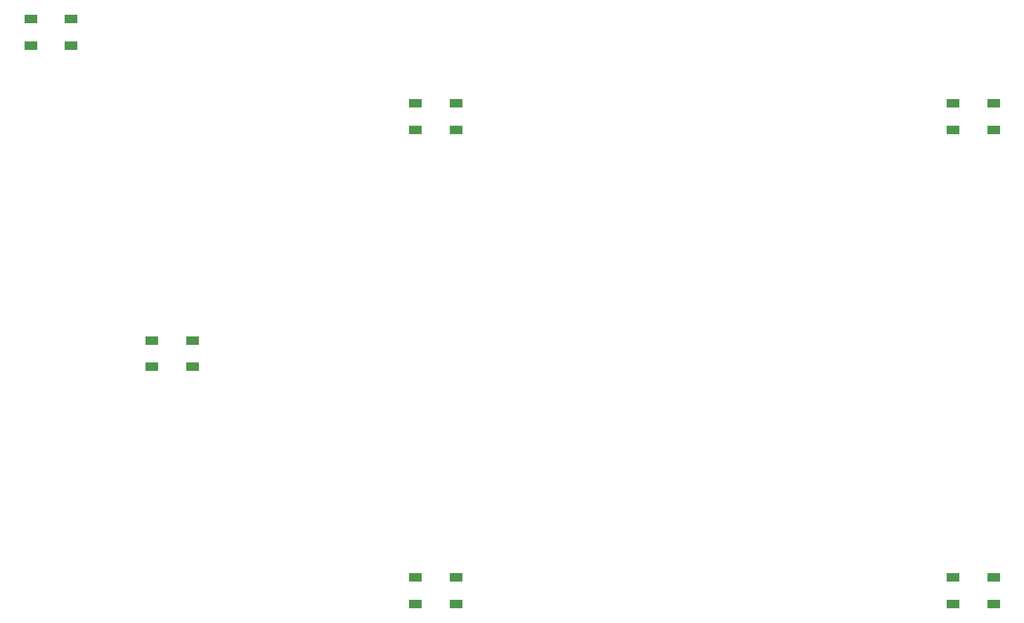
<source format=gbp>
G04 #@! TF.GenerationSoftware,KiCad,Pcbnew,(5.1.10)-1*
G04 #@! TF.CreationDate,2021-09-28T21:06:41+02:00*
G04 #@! TF.ProjectId,SheepyPad,53686565-7079-4506-9164-2e6b69636164,rev?*
G04 #@! TF.SameCoordinates,Original*
G04 #@! TF.FileFunction,Paste,Bot*
G04 #@! TF.FilePolarity,Positive*
%FSLAX46Y46*%
G04 Gerber Fmt 4.6, Leading zero omitted, Abs format (unit mm)*
G04 Created by KiCad (PCBNEW (5.1.10)-1) date 2021-09-28 21:06:41*
%MOMM*%
%LPD*%
G01*
G04 APERTURE LIST*
%ADD10R,1.500000X1.000000*%
G04 APERTURE END LIST*
D10*
X109945000Y-66370000D03*
X109945000Y-63170000D03*
X114845000Y-66370000D03*
X114845000Y-63170000D03*
X109945000Y-123520000D03*
X109945000Y-120320000D03*
X114845000Y-123520000D03*
X114845000Y-120320000D03*
X174715000Y-66370000D03*
X174715000Y-63170000D03*
X179615000Y-66370000D03*
X179615000Y-63170000D03*
X83095000Y-91745000D03*
X83095000Y-94945000D03*
X78195000Y-91745000D03*
X78195000Y-94945000D03*
X179615000Y-120320000D03*
X179615000Y-123520000D03*
X174715000Y-120320000D03*
X174715000Y-123520000D03*
X68490000Y-53010000D03*
X68490000Y-56210000D03*
X63590000Y-53010000D03*
X63590000Y-56210000D03*
M02*

</source>
